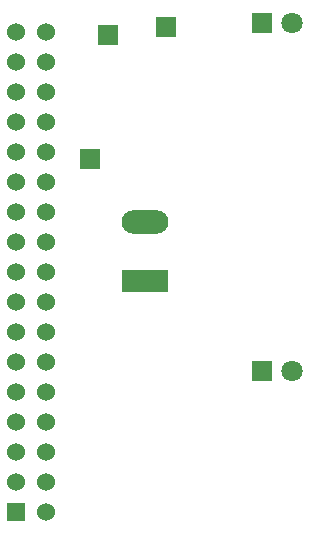
<source format=gbr>
G04 #@! TF.GenerationSoftware,KiCad,Pcbnew,5.1.6-c6e7f7d~87~ubuntu18.04.1*
G04 #@! TF.CreationDate,2020-08-09T11:44:03+02:00*
G04 #@! TF.ProjectId,sboxnet-dccgen,73626f78-6e65-4742-9d64-636367656e2e,rev?*
G04 #@! TF.SameCoordinates,Original*
G04 #@! TF.FileFunction,Copper,L1,Top*
G04 #@! TF.FilePolarity,Positive*
%FSLAX46Y46*%
G04 Gerber Fmt 4.6, Leading zero omitted, Abs format (unit mm)*
G04 Created by KiCad (PCBNEW 5.1.6-c6e7f7d~87~ubuntu18.04.1) date 2020-08-09 11:44:03*
%MOMM*%
%LPD*%
G01*
G04 APERTURE LIST*
G04 #@! TA.AperFunction,ComponentPad*
%ADD10C,1.524000*%
G04 #@! TD*
G04 #@! TA.AperFunction,ComponentPad*
%ADD11R,1.524000X1.524000*%
G04 #@! TD*
G04 #@! TA.AperFunction,ComponentPad*
%ADD12R,1.700000X1.700000*%
G04 #@! TD*
G04 #@! TA.AperFunction,ComponentPad*
%ADD13C,1.800000*%
G04 #@! TD*
G04 #@! TA.AperFunction,ComponentPad*
%ADD14R,1.800000X1.800000*%
G04 #@! TD*
G04 #@! TA.AperFunction,ComponentPad*
%ADD15O,3.960000X1.980000*%
G04 #@! TD*
G04 #@! TA.AperFunction,ComponentPad*
%ADD16R,3.960000X1.980000*%
G04 #@! TD*
G04 APERTURE END LIST*
D10*
X29210000Y-53340000D03*
X29210000Y-55880000D03*
X29210000Y-58420000D03*
X29210000Y-60960000D03*
X29210000Y-63500000D03*
X29210000Y-66040000D03*
X29210000Y-68580000D03*
X31750000Y-53340000D03*
X31750000Y-55880000D03*
X31750000Y-58420000D03*
X31750000Y-60960000D03*
X31750000Y-63500000D03*
X31750000Y-66040000D03*
X31750000Y-68580000D03*
X29210000Y-71120000D03*
X31750000Y-71120000D03*
X29210000Y-73660000D03*
X31750000Y-73660000D03*
X29210000Y-76200000D03*
X31750000Y-76200000D03*
X29210000Y-78740000D03*
X31750000Y-78740000D03*
X29210000Y-81280000D03*
X31750000Y-81280000D03*
X29210000Y-83820000D03*
X31750000Y-83820000D03*
X29210000Y-86360000D03*
X31750000Y-86360000D03*
X29210000Y-88900000D03*
X31750000Y-88900000D03*
X29210000Y-91440000D03*
X31750000Y-91440000D03*
D11*
X29210000Y-93980000D03*
D10*
X31750000Y-93980000D03*
D12*
X41910000Y-52882800D03*
X36982400Y-53543200D03*
X35400000Y-64100000D03*
D13*
X52578000Y-52578000D03*
D14*
X50038000Y-52578000D03*
D13*
X52578000Y-82042000D03*
D14*
X50038000Y-82042000D03*
D15*
X40132000Y-69422000D03*
D16*
X40132000Y-74422000D03*
M02*

</source>
